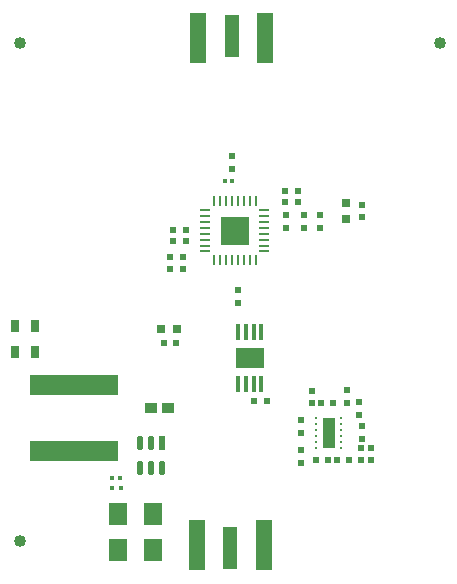
<source format=gtp>
G04*
G04 #@! TF.GenerationSoftware,Altium Limited,Altium Designer,23.8.1 (32)*
G04*
G04 Layer_Color=8421504*
%FSLAX25Y25*%
%MOIN*%
G70*
G04*
G04 #@! TF.SameCoordinates,C2238681-CFA7-4295-91EC-4EAF016C526F*
G04*
G04*
G04 #@! TF.FilePolarity,Positive*
G04*
G01*
G75*
%ADD18R,0.09462X0.09462*%
%ADD19R,0.01772X0.05512*%
%ADD20R,0.09488X0.07008*%
%ADD21C,0.01181*%
%ADD22R,0.04331X0.10472*%
%ADD23R,0.01772X0.01772*%
%ADD24R,0.01772X0.01378*%
%ADD25R,0.03150X0.02953*%
%ADD26R,0.01181X0.01181*%
%ADD27R,0.05315X0.16535*%
%ADD28R,0.05000X0.14173*%
%ADD29R,0.29528X0.07087*%
%ADD30R,0.00942X0.03567*%
G04:AMPARAMS|DCode=31|XSize=35.67mil|YSize=9.42mil|CornerRadius=4.71mil|HoleSize=0mil|Usage=FLASHONLY|Rotation=90.000|XOffset=0mil|YOffset=0mil|HoleType=Round|Shape=RoundedRectangle|*
%AMROUNDEDRECTD31*
21,1,0.03567,0.00000,0,0,90.0*
21,1,0.02625,0.00942,0,0,90.0*
1,1,0.00942,0.00000,0.01313*
1,1,0.00942,0.00000,-0.01313*
1,1,0.00942,0.00000,-0.01313*
1,1,0.00942,0.00000,0.01313*
%
%ADD31ROUNDEDRECTD31*%
G04:AMPARAMS|DCode=32|XSize=9.42mil|YSize=35.67mil|CornerRadius=4.71mil|HoleSize=0mil|Usage=FLASHONLY|Rotation=90.000|XOffset=0mil|YOffset=0mil|HoleType=Round|Shape=RoundedRectangle|*
%AMROUNDEDRECTD32*
21,1,0.00942,0.02625,0,0,90.0*
21,1,0.00000,0.03567,0,0,90.0*
1,1,0.00942,0.01313,0.00000*
1,1,0.00942,0.01313,0.00000*
1,1,0.00942,-0.01313,0.00000*
1,1,0.00942,-0.01313,0.00000*
%
%ADD32ROUNDEDRECTD32*%
G04:AMPARAMS|DCode=33|XSize=49.38mil|YSize=20.95mil|CornerRadius=10.48mil|HoleSize=0mil|Usage=FLASHONLY|Rotation=270.000|XOffset=0mil|YOffset=0mil|HoleType=Round|Shape=RoundedRectangle|*
%AMROUNDEDRECTD33*
21,1,0.04938,0.00000,0,0,270.0*
21,1,0.02843,0.02095,0,0,270.0*
1,1,0.02095,0.00000,-0.01422*
1,1,0.02095,0.00000,0.01422*
1,1,0.02095,0.00000,0.01422*
1,1,0.02095,0.00000,-0.01422*
%
%ADD33ROUNDEDRECTD33*%
%ADD34R,0.02095X0.04938*%
%ADD35R,0.03963X0.03773*%
%ADD36R,0.06102X0.07480*%
%ADD37R,0.02559X0.04134*%
%ADD38R,0.02362X0.02165*%
%ADD39R,0.02362X0.02362*%
%ADD40R,0.02362X0.02362*%
%ADD41R,0.02953X0.03150*%
%ADD42R,0.02165X0.02362*%
%ADD43C,0.04000*%
D18*
X101547Y113354D02*
D03*
D19*
X110339Y79661D02*
D03*
X105220D02*
D03*
X102661D02*
D03*
X107780D02*
D03*
Y62339D02*
D03*
X110339D02*
D03*
X102661D02*
D03*
X105220D02*
D03*
D20*
X106500Y71000D02*
D03*
D21*
X137000Y42968D02*
D03*
Y44937D02*
D03*
Y46905D02*
D03*
Y48874D02*
D03*
Y50842D02*
D03*
X128732D02*
D03*
Y48874D02*
D03*
Y46905D02*
D03*
Y44937D02*
D03*
Y42968D02*
D03*
Y41000D02*
D03*
X137000D02*
D03*
D22*
X132866Y45921D02*
D03*
D23*
X60425Y27500D02*
D03*
X63575D02*
D03*
D24*
X63279Y31000D02*
D03*
X60720D02*
D03*
D25*
X138500Y117342D02*
D03*
Y122658D02*
D03*
D26*
X98138Y130000D02*
D03*
X100500D02*
D03*
D27*
X88878Y8508D02*
D03*
X111122D02*
D03*
X89378Y177492D02*
D03*
X111622D02*
D03*
D28*
X100000Y7721D02*
D03*
X100500Y178279D02*
D03*
D29*
X48000Y62024D02*
D03*
Y39976D02*
D03*
D30*
X94657Y103500D02*
D03*
D31*
X96626D02*
D03*
X98594D02*
D03*
X100563D02*
D03*
X102532D02*
D03*
X104500D02*
D03*
X106468D02*
D03*
X108437D02*
D03*
Y123209D02*
D03*
X106468D02*
D03*
X104500D02*
D03*
X102532D02*
D03*
X100563D02*
D03*
X98594D02*
D03*
X96626D02*
D03*
X94657D02*
D03*
D32*
X111402Y106465D02*
D03*
Y108433D02*
D03*
Y110402D02*
D03*
Y112370D02*
D03*
Y114339D02*
D03*
Y116307D02*
D03*
Y118276D02*
D03*
Y120244D02*
D03*
X91693D02*
D03*
Y118276D02*
D03*
Y116307D02*
D03*
Y114339D02*
D03*
Y112370D02*
D03*
Y110402D02*
D03*
Y108433D02*
D03*
Y106465D02*
D03*
D33*
X77240Y34365D02*
D03*
X73500D02*
D03*
X69760D02*
D03*
Y42635D02*
D03*
X73500D02*
D03*
D34*
X77240D02*
D03*
D35*
X79283Y54181D02*
D03*
X73568D02*
D03*
D36*
X62693Y19000D02*
D03*
X74307D02*
D03*
X62693Y7000D02*
D03*
X74307D02*
D03*
D37*
X34846Y81500D02*
D03*
X28153D02*
D03*
X34846Y73000D02*
D03*
X28153D02*
D03*
D38*
X144000Y118032D02*
D03*
Y121968D02*
D03*
X143500Y37031D02*
D03*
Y40968D02*
D03*
X147000D02*
D03*
Y37031D02*
D03*
X127366Y59890D02*
D03*
Y55953D02*
D03*
D39*
X122665Y123000D02*
D03*
X118335D02*
D03*
X79835Y104500D02*
D03*
X84165D02*
D03*
X79835Y100500D02*
D03*
X84165D02*
D03*
X107835Y56500D02*
D03*
X112165D02*
D03*
X80835Y110000D02*
D03*
X85165D02*
D03*
X80835Y113500D02*
D03*
X85165D02*
D03*
X122665Y126500D02*
D03*
X118335D02*
D03*
D40*
X130000Y118665D02*
D03*
Y114335D02*
D03*
X124500Y118665D02*
D03*
Y114335D02*
D03*
X118500Y118665D02*
D03*
Y114335D02*
D03*
X100500Y138165D02*
D03*
Y133835D02*
D03*
X102661Y89335D02*
D03*
Y93665D02*
D03*
X143000Y51835D02*
D03*
Y56165D02*
D03*
X144000Y44000D02*
D03*
Y48331D02*
D03*
X123500Y35835D02*
D03*
Y40165D02*
D03*
Y50165D02*
D03*
Y45835D02*
D03*
X139000Y55835D02*
D03*
Y60165D02*
D03*
D41*
X76842Y80500D02*
D03*
X82157D02*
D03*
D42*
X128532Y37000D02*
D03*
X132468D02*
D03*
X139469D02*
D03*
X135531D02*
D03*
X78031Y76000D02*
D03*
X81968D02*
D03*
X134335Y55921D02*
D03*
X130398D02*
D03*
D43*
X170000Y176000D02*
D03*
X30000D02*
D03*
X30000Y10000D02*
D03*
M02*

</source>
